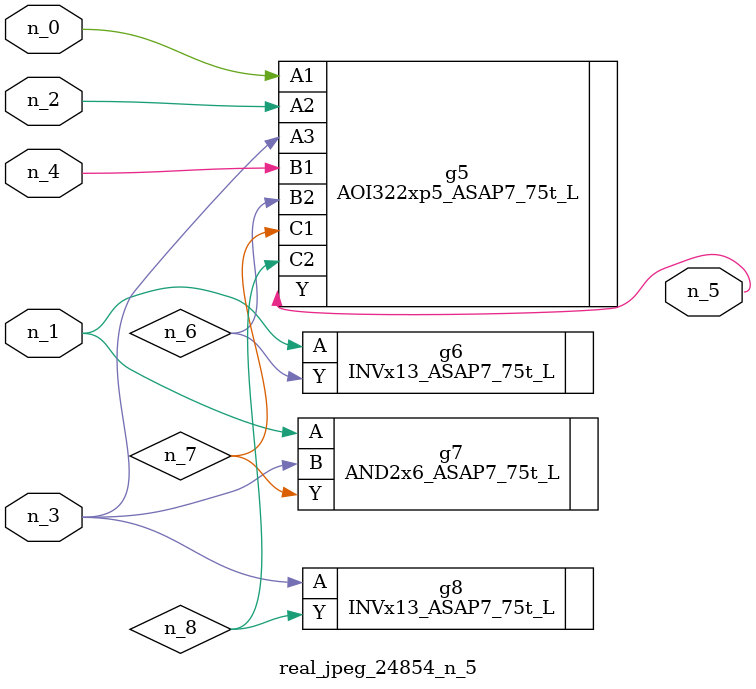
<source format=v>
module real_jpeg_24854_n_5 (n_4, n_0, n_1, n_2, n_3, n_5);

input n_4;
input n_0;
input n_1;
input n_2;
input n_3;

output n_5;

wire n_8;
wire n_6;
wire n_7;

AOI322xp5_ASAP7_75t_L g5 ( 
.A1(n_0),
.A2(n_2),
.A3(n_3),
.B1(n_4),
.B2(n_6),
.C1(n_7),
.C2(n_8),
.Y(n_5)
);

INVx13_ASAP7_75t_L g6 ( 
.A(n_1),
.Y(n_6)
);

AND2x6_ASAP7_75t_L g7 ( 
.A(n_1),
.B(n_3),
.Y(n_7)
);

INVx13_ASAP7_75t_L g8 ( 
.A(n_3),
.Y(n_8)
);


endmodule
</source>
